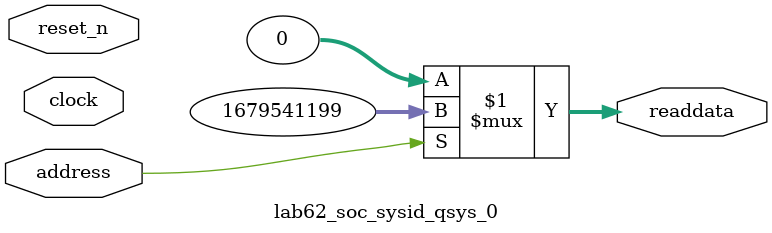
<source format=v>



// synthesis translate_off
`timescale 1ns / 1ps
// synthesis translate_on

// turn off superfluous verilog processor warnings 
// altera message_level Level1 
// altera message_off 10034 10035 10036 10037 10230 10240 10030 

module lab62_soc_sysid_qsys_0 (
               // inputs:
                address,
                clock,
                reset_n,

               // outputs:
                readdata
             )
;

  output  [ 31: 0] readdata;
  input            address;
  input            clock;
  input            reset_n;

  wire    [ 31: 0] readdata;
  //control_slave, which is an e_avalon_slave
  assign readdata = address ? 1679541199 : 0;

endmodule



</source>
